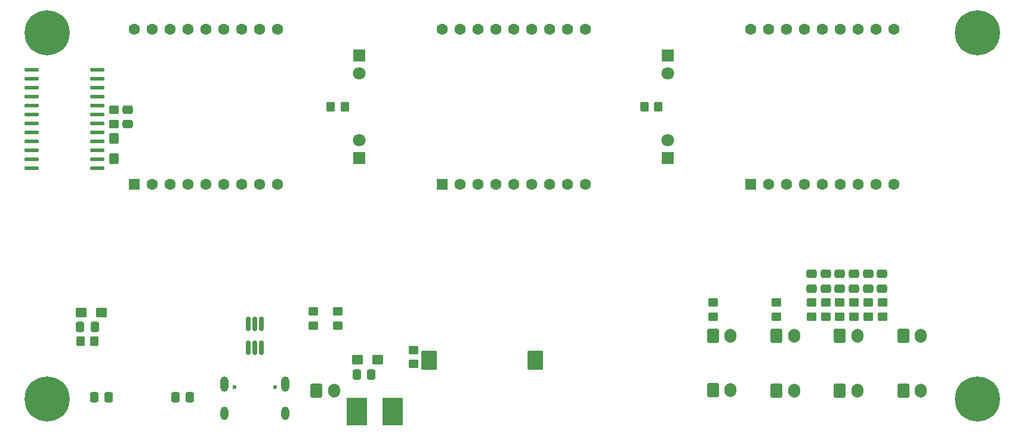
<source format=gbs>
G04 #@! TF.GenerationSoftware,KiCad,Pcbnew,8.0.4*
G04 #@! TF.CreationDate,2024-11-10T20:41:49+01:00*
G04 #@! TF.ProjectId,SchrackMulticlock,53636872-6163-46b4-9d75-6c7469636c6f,v0.0.4*
G04 #@! TF.SameCoordinates,Original*
G04 #@! TF.FileFunction,Soldermask,Bot*
G04 #@! TF.FilePolarity,Negative*
%FSLAX46Y46*%
G04 Gerber Fmt 4.6, Leading zero omitted, Abs format (unit mm)*
G04 Created by KiCad (PCBNEW 8.0.4) date 2024-11-10 20:41:49*
%MOMM*%
%LPD*%
G01*
G04 APERTURE LIST*
G04 Aperture macros list*
%AMRoundRect*
0 Rectangle with rounded corners*
0 $1 Rounding radius*
0 $2 $3 $4 $5 $6 $7 $8 $9 X,Y pos of 4 corners*
0 Add a 4 corners polygon primitive as box body*
4,1,4,$2,$3,$4,$5,$6,$7,$8,$9,$2,$3,0*
0 Add four circle primitives for the rounded corners*
1,1,$1+$1,$2,$3*
1,1,$1+$1,$4,$5*
1,1,$1+$1,$6,$7*
1,1,$1+$1,$8,$9*
0 Add four rect primitives between the rounded corners*
20,1,$1+$1,$2,$3,$4,$5,0*
20,1,$1+$1,$4,$5,$6,$7,0*
20,1,$1+$1,$6,$7,$8,$9,0*
20,1,$1+$1,$8,$9,$2,$3,0*%
G04 Aperture macros list end*
%ADD10C,0.800000*%
%ADD11C,6.400000*%
%ADD12C,0.600000*%
%ADD13O,1.104000X2.204000*%
%ADD14O,1.104000X1.904000*%
%ADD15RoundRect,0.250000X-0.600000X-0.750000X0.600000X-0.750000X0.600000X0.750000X-0.600000X0.750000X0*%
%ADD16O,1.700000X2.000000*%
%ADD17R,1.600000X1.600000*%
%ADD18C,1.600000*%
%ADD19R,1.800000X1.800000*%
%ADD20C,1.800000*%
%ADD21RoundRect,0.250000X0.475000X-0.337500X0.475000X0.337500X-0.475000X0.337500X-0.475000X-0.337500X0*%
%ADD22RoundRect,0.250000X0.450000X-0.350000X0.450000X0.350000X-0.450000X0.350000X-0.450000X-0.350000X0*%
%ADD23RoundRect,0.250000X-0.475000X0.337500X-0.475000X-0.337500X0.475000X-0.337500X0.475000X0.337500X0*%
%ADD24RoundRect,0.162500X0.162500X-0.837500X0.162500X0.837500X-0.162500X0.837500X-0.162500X-0.837500X0*%
%ADD25RoundRect,0.102000X-1.000000X1.250000X-1.000000X-1.250000X1.000000X-1.250000X1.000000X1.250000X0*%
%ADD26RoundRect,0.250000X0.337500X0.475000X-0.337500X0.475000X-0.337500X-0.475000X0.337500X-0.475000X0*%
%ADD27RoundRect,0.250000X-0.425000X0.537500X-0.425000X-0.537500X0.425000X-0.537500X0.425000X0.537500X0*%
%ADD28R,3.000000X4.000000*%
%ADD29RoundRect,0.250000X-0.337500X-0.475000X0.337500X-0.475000X0.337500X0.475000X-0.337500X0.475000X0*%
%ADD30RoundRect,0.137500X-0.862500X-0.137500X0.862500X-0.137500X0.862500X0.137500X-0.862500X0.137500X0*%
%ADD31RoundRect,0.250000X-0.450000X0.350000X-0.450000X-0.350000X0.450000X-0.350000X0.450000X0.350000X0*%
%ADD32RoundRect,0.250000X-0.350000X-0.450000X0.350000X-0.450000X0.350000X0.450000X-0.350000X0.450000X0*%
%ADD33RoundRect,0.250000X-0.537500X-0.425000X0.537500X-0.425000X0.537500X0.425000X-0.537500X0.425000X0*%
%ADD34RoundRect,0.250000X0.350000X0.450000X-0.350000X0.450000X-0.350000X-0.450000X0.350000X-0.450000X0*%
G04 APERTURE END LIST*
D10*
X258820000Y-65230000D03*
X257122944Y-64527056D03*
X260517056Y-64527056D03*
X256420000Y-62830000D03*
D11*
X258820000Y-62830000D03*
D10*
X261220000Y-62830000D03*
X257122944Y-61132944D03*
X260517056Y-61132944D03*
X258820000Y-60430000D03*
X126820000Y-117230000D03*
X125122944Y-116527056D03*
X128517056Y-116527056D03*
X124420000Y-114830000D03*
D11*
X126820000Y-114830000D03*
D10*
X129220000Y-114830000D03*
X125122944Y-113132944D03*
X128517056Y-113132944D03*
X126820000Y-112430000D03*
D12*
X153430000Y-113150000D03*
X159210000Y-113150000D03*
D13*
X151995000Y-112660000D03*
X160645000Y-112660000D03*
D14*
X151995000Y-116830000D03*
X160645000Y-116830000D03*
D15*
X230320000Y-113580000D03*
D16*
X232820000Y-113580000D03*
D17*
X139170000Y-84330000D03*
D18*
X141710000Y-84330000D03*
X144250000Y-84330000D03*
X146790000Y-84330000D03*
X149330000Y-84330000D03*
X151870000Y-84330000D03*
X154410000Y-84360000D03*
X156950000Y-84360000D03*
X159490000Y-84360000D03*
X159490000Y-62330000D03*
X156950000Y-62330000D03*
X154410000Y-62330000D03*
X151870000Y-62330000D03*
X149330000Y-62330000D03*
X146790000Y-62330000D03*
X144250000Y-62300000D03*
X141710000Y-62300000D03*
X139170000Y-62300000D03*
D17*
X226670000Y-84330000D03*
D18*
X229210000Y-84330000D03*
X231750000Y-84330000D03*
X234290000Y-84330000D03*
X236830000Y-84330000D03*
X239370000Y-84330000D03*
X241910000Y-84360000D03*
X244450000Y-84360000D03*
X246990000Y-84360000D03*
X246990000Y-62330000D03*
X244450000Y-62330000D03*
X241910000Y-62330000D03*
X239370000Y-62330000D03*
X236830000Y-62330000D03*
X234290000Y-62330000D03*
X231750000Y-62300000D03*
X229210000Y-62300000D03*
X226670000Y-62300000D03*
D19*
X171170000Y-66050000D03*
D20*
X171170000Y-68590000D03*
D10*
X126820000Y-65230000D03*
X125122944Y-64527056D03*
X128517056Y-64527056D03*
X124420000Y-62830000D03*
D11*
X126820000Y-62830000D03*
D10*
X129220000Y-62830000D03*
X125122944Y-61132944D03*
X128517056Y-61132944D03*
X126820000Y-60430000D03*
D15*
X239320000Y-105830000D03*
D16*
X241820000Y-105830000D03*
D15*
X248320000Y-113580000D03*
D16*
X250820000Y-113580000D03*
D15*
X239320000Y-113580000D03*
D16*
X241820000Y-113580000D03*
D10*
X258820000Y-117230000D03*
X257122944Y-116527056D03*
X260517056Y-116527056D03*
X256420000Y-114830000D03*
D11*
X258820000Y-114830000D03*
D10*
X261220000Y-114830000D03*
X257122944Y-113132944D03*
X260517056Y-113132944D03*
X258820000Y-112430000D03*
D19*
X214920000Y-80590000D03*
D20*
X214920000Y-78050000D03*
D17*
X182920000Y-84330000D03*
D18*
X185460000Y-84330000D03*
X188000000Y-84330000D03*
X190540000Y-84330000D03*
X193080000Y-84330000D03*
X195620000Y-84330000D03*
X198160000Y-84360000D03*
X200700000Y-84360000D03*
X203240000Y-84360000D03*
X203240000Y-62330000D03*
X200700000Y-62330000D03*
X198160000Y-62330000D03*
X195620000Y-62330000D03*
X193080000Y-62330000D03*
X190540000Y-62330000D03*
X188000000Y-62300000D03*
X185460000Y-62300000D03*
X182920000Y-62300000D03*
D19*
X214920000Y-66050000D03*
D20*
X214920000Y-68590000D03*
D15*
X248320000Y-105805000D03*
D16*
X250820000Y-105805000D03*
D19*
X171170000Y-80590000D03*
D20*
X171170000Y-78050000D03*
D15*
X230320000Y-105805000D03*
D16*
X232820000Y-105805000D03*
D15*
X221320000Y-105805000D03*
D16*
X223820000Y-105805000D03*
D15*
X221320000Y-113555000D03*
D16*
X223820000Y-113555000D03*
D15*
X165070000Y-113580000D03*
D16*
X167570000Y-113580000D03*
D21*
X138320000Y-75805000D03*
X138320000Y-73730000D03*
D22*
X235340000Y-103080000D03*
X235340000Y-101080000D03*
D23*
X245320000Y-97042500D03*
X245320000Y-99117500D03*
D24*
X157270000Y-107540000D03*
X156320000Y-107540000D03*
X155370000Y-107540000D03*
X155370000Y-104120000D03*
X156320000Y-104120000D03*
X157270000Y-104120000D03*
D25*
X181070000Y-109330000D03*
X196070000Y-109330000D03*
D26*
X147107500Y-114580000D03*
X145032500Y-114580000D03*
D27*
X136320000Y-77830000D03*
X136320000Y-80705000D03*
D22*
X237340000Y-103080000D03*
X237340000Y-101080000D03*
X245340000Y-103080000D03*
X245340000Y-101080000D03*
D23*
X239320000Y-97042500D03*
X239320000Y-99117500D03*
D28*
X170780000Y-116580000D03*
X175860000Y-116580000D03*
D23*
X235320000Y-97042500D03*
X235320000Y-99117500D03*
D22*
X230320000Y-103080000D03*
X230320000Y-101080000D03*
X243340000Y-103080000D03*
X243340000Y-101080000D03*
D29*
X133532500Y-114580000D03*
X135607500Y-114580000D03*
D30*
X124670000Y-82065000D03*
X124670000Y-80795000D03*
X124670000Y-79525000D03*
X124670000Y-78255000D03*
X124670000Y-76985000D03*
X124670000Y-75715000D03*
X124670000Y-74445000D03*
X124670000Y-73175000D03*
X124670000Y-71905000D03*
X124670000Y-70635000D03*
X124670000Y-69365000D03*
X124670000Y-68095000D03*
X133970000Y-68095000D03*
X133970000Y-69365000D03*
X133970000Y-70635000D03*
X133970000Y-71905000D03*
X133970000Y-73175000D03*
X133970000Y-74445000D03*
X133970000Y-75715000D03*
X133970000Y-76985000D03*
X133970000Y-78255000D03*
X133970000Y-79525000D03*
X133970000Y-80795000D03*
X133970000Y-82065000D03*
D22*
X136320000Y-75767500D03*
X136320000Y-73767500D03*
D31*
X178820000Y-107830000D03*
X178820000Y-109830000D03*
D32*
X167070000Y-73330000D03*
X169070000Y-73330000D03*
D23*
X243320000Y-97042500D03*
X243320000Y-99117500D03*
X241320000Y-97042500D03*
X241320000Y-99117500D03*
D22*
X239320000Y-103080000D03*
X239320000Y-101080000D03*
D33*
X131682500Y-102530000D03*
X134557500Y-102530000D03*
D22*
X221320000Y-103080000D03*
X221320000Y-101080000D03*
D29*
X170782500Y-111330000D03*
X172857500Y-111330000D03*
X131532500Y-104580000D03*
X133607500Y-104580000D03*
D31*
X168070000Y-102355000D03*
X168070000Y-104355000D03*
D22*
X164570000Y-104355000D03*
X164570000Y-102355000D03*
D33*
X170882500Y-109230000D03*
X173757500Y-109230000D03*
D34*
X133570000Y-106580000D03*
X131570000Y-106580000D03*
D23*
X237320000Y-97042500D03*
X237320000Y-99117500D03*
D32*
X211570000Y-73330000D03*
X213570000Y-73330000D03*
D22*
X241340000Y-103080000D03*
X241340000Y-101080000D03*
M02*

</source>
